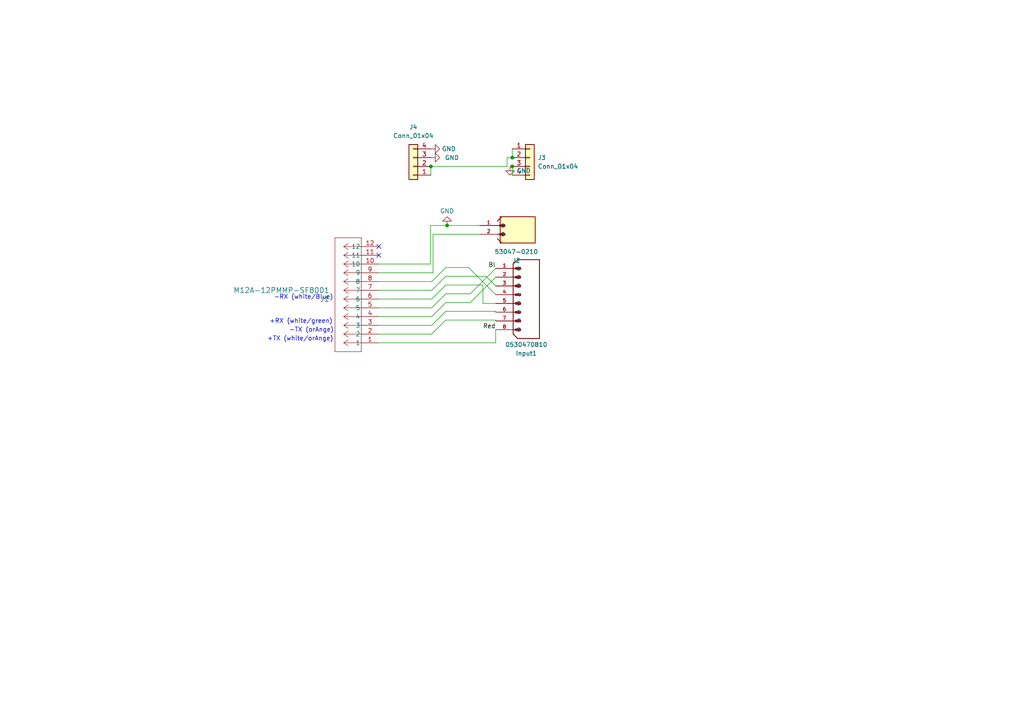
<source format=kicad_sch>
(kicad_sch (version 20230121) (generator eeschema)
  (paper "A4")
  (lib_symbols
    (symbol "Connector_Generic:Conn_01x04" (pin_names (offset 1.016) hide)
      (property "Reference" "J" (at 0 5.08 0))
      (property "Value" "Conn_01x04" (at 0 -7.62 0))
      (symbol "Conn_01x04_1_1"
        (rectangle (start -1.27 -4.953) (end 0 -5.207) (stroke (width 0.1524)))
        (rectangle (start -1.27 -2.413) (end 0 -2.667) (stroke (width 0.1524)))
        (rectangle (start -1.27 0.127) (end 0 -0.127) (stroke (width 0.1524)))
        (rectangle (start -1.27 2.667) (end 0 2.413) (stroke (width 0.1524)))
        (rectangle (start -1.27 3.81) (end 1.27 -6.35) (stroke (width 0.254)) (fill (type background)))
        (pin passive line (at -5.08 2.54 0) (length 3.81) (name "Pin_1") (number "1"))
        (pin passive line (at -5.08 0 0) (length 3.81) (name "Pin_2") (number "2"))
        (pin passive line (at -5.08 -2.54 0) (length 3.81) (name "Pin_3") (number "3"))
        (pin passive line (at -5.08 -5.08 0) (length 3.81) (name "Pin_4") (number "4"))
      )
    )
    (symbol "Pico2Pin:53047-0210" (pin_names (offset 1.016))
      (property "Reference" "J2" (at 0.3969 -7.62 0))
      (property "Value" "53047-0210" (at 0.3969 -5.08 0))
      (symbol "53047-0210_0_0"
        (rectangle (start -4.445 -0.3175) (end -2.8575 0.3175) (stroke (width 0.1)) (fill (type outline)))
        (rectangle (start -4.445 2.2225) (end -2.8575 2.8575) (stroke (width 0.1)) (fill (type outline)))
        (rectangle (start -4.2863 -2.54) (end 5.8738 5.08) (stroke (width 0.254)) (fill (type background)))
        (polyline (pts (xy -5.08 -1.27) (xy -3.81 -2.54)) (stroke (width 0.254)))
        (polyline (pts (xy -5.08 0) (xy -3.175 0)) (stroke (width 0.254)))
        (polyline (pts (xy -5.08 2.54) (xy -3.175 2.54)) (stroke (width 0.254)))
        (polyline (pts (xy -5.08 3.81) (xy -3.81 5.08)) (stroke (width 0.254)))
      )
      (symbol "53047-0210_1_0"
        (pin passive line (at -10.16 2.54 0) (length 5.08) (name "1") (number "1"))
        (pin passive line (at -10.16 0 0) (length 5.08) (name "2") (number "2"))
      )
    )
    (symbol "Pico8Pin:0530470810" (pin_names (offset 1.016))
      (property "Reference" "J" (at 0 11.43 0))
      (property "Value" "0530470810" (at 0 -15.24 0))
      (symbol "0530470810_0_0"
        (polyline (pts (xy 0 -11.43) (xy 1.27 -12.7)) (stroke (width 0.254)))
        (polyline (pts (xy 0 -10.16) (xy 1.905 -10.16)) (stroke (width 0.254)))
        (polyline (pts (xy 0 -7.62) (xy 1.905 -7.62)) (stroke (width 0.254)))
        (polyline (pts (xy 0 -5.08) (xy 1.905 -5.08)) (stroke (width 0.254)))
        (polyline (pts (xy 0 -2.54) (xy 1.905 -2.54)) (stroke (width 0.254)))
        (polyline (pts (xy 0 0) (xy 1.905 0)) (stroke (width 0.254)))
        (polyline (pts (xy 0 2.54) (xy 1.905 2.54)) (stroke (width 0.254)))
        (polyline (pts (xy 0 5.08) (xy 1.905 5.08)) (stroke (width 0.254)))
        (polyline (pts (xy 0 7.62) (xy 0 -11.43)) (stroke (width 0.254)))
        (polyline (pts (xy 0 7.62) (xy 1.905 7.62)) (stroke (width 0.254)))
        (polyline (pts (xy 0 8.89) (xy 0 7.62)) (stroke (width 0.254)))
        (polyline (pts (xy 0 8.89) (xy 1.27 10.16)) (stroke (width 0.254)))
        (polyline (pts (xy 1.27 -12.7) (xy 7.62 -12.7)) (stroke (width 0.254)))
        (polyline (pts (xy 7.62 -12.7) (xy 7.62 10.16)) (stroke (width 0.254)))
        (polyline (pts (xy 7.62 10.16) (xy 1.27 10.16)) (stroke (width 0.254)))
        (rectangle (start 0.635 -10.4775) (end 2.2225 -9.8425) (stroke (width 0.1)) (fill (type outline)))
        (rectangle (start 0.635 -7.9375) (end 2.2225 -7.3025) (stroke (width 0.1)) (fill (type outline)))
        (rectangle (start 0.635 -5.3975) (end 2.2225 -4.7625) (stroke (width 0.1)) (fill (type outline)))
        (rectangle (start 0.635 -2.8575) (end 2.2225 -2.2225) (stroke (width 0.1)) (fill (type outline)))
        (rectangle (start 0.635 -0.3175) (end 2.2225 0.3175) (stroke (width 0.1)) (fill (type outline)))
        (rectangle (start 0.635 2.2225) (end 2.2225 2.8575) (stroke (width 0.1)) (fill (type outline)))
        (rectangle (start 0.635 4.7625) (end 2.2225 5.3975) (stroke (width 0.1)) (fill (type outline)))
        (rectangle (start 0.635 7.3025) (end 2.2225 7.9375) (stroke (width 0.1)) (fill (type outline)))
        (pin passive line (at -5.08 7.62 0) (length 5.08) (name "1") (number "1"))
        (pin passive line (at -5.08 5.08 0) (length 5.08) (name "2") (number "2"))
        (pin passive line (at -5.08 2.54 0) (length 5.08) (name "3") (number "3"))
        (pin passive line (at -5.08 0 0) (length 5.08) (name "4") (number "4"))
        (pin passive line (at -5.08 -2.54 0) (length 5.08) (name "5") (number "5"))
        (pin passive line (at -5.08 -5.08 0) (length 5.08) (name "6") (number "6"))
        (pin passive line (at -5.08 -7.62 0) (length 5.08) (name "7") (number "7"))
        (pin passive line (at -5.08 -10.16 0) (length 5.08) (name "8") (number "8"))
      )
    )
    (symbol "m12:M12A-12PMMP-SF8001" (pin_names (offset 0.254))
      (property "Reference" "J" (at 8.89 6.35 0))
      (property "Value" "M12A-12PMMP-SF8001" (at 0 0 0))
      (symbol "M12A-12PMMP-SF8001_1_1"
        (polyline (pts (xy 5.08 -30.48) (xy 12.7 -30.48)) (stroke (width 0.127)))
        (polyline (pts (xy 5.08 2.54) (xy 5.08 -30.48)) (stroke (width 0.127)))
        (polyline (pts (xy 10.16 -27.94) (xy 5.08 -27.94)) (stroke (width 0.127)))
        (polyline (pts (xy 10.16 -27.94) (xy 8.89 -28.7867)) (stroke (width 0.127)))
        (polyline (pts (xy 10.16 -27.94) (xy 8.89 -27.0933)) (stroke (width 0.127)))
        (polyline (pts (xy 10.16 -25.4) (xy 5.08 -25.4)) (stroke (width 0.127)))
        (polyline (pts (xy 10.16 -25.4) (xy 8.89 -26.2467)) (stroke (width 0.127)))
        (polyline (pts (xy 10.16 -25.4) (xy 8.89 -24.5533)) (stroke (width 0.127)))
        (polyline (pts (xy 10.16 -22.86) (xy 5.08 -22.86)) (stroke (width 0.127)))
        (polyline (pts (xy 10.16 -22.86) (xy 8.89 -23.7067)) (stroke (width 0.127)))
        (polyline (pts (xy 10.16 -22.86) (xy 8.89 -22.0133)) (stroke (width 0.127)))
        (polyline (pts (xy 10.16 -20.32) (xy 5.08 -20.32)) (stroke (width 0.127)))
        (polyline (pts (xy 10.16 -20.32) (xy 8.89 -21.1667)) (stroke (width 0.127)))
        (polyline (pts (xy 10.16 -20.32) (xy 8.89 -19.4733)) (stroke (width 0.127)))
        (polyline (pts (xy 10.16 -17.78) (xy 5.08 -17.78)) (stroke (width 0.127)))
        (polyline (pts (xy 10.16 -17.78) (xy 8.89 -18.6267)) (stroke (width 0.127)))
        (polyline (pts (xy 10.16 -17.78) (xy 8.89 -16.9333)) (stroke (width 0.127)))
        (polyline (pts (xy 10.16 -15.24) (xy 5.08 -15.24)) (stroke (width 0.127)))
        (polyline (pts (xy 10.16 -15.24) (xy 8.89 -16.0867)) (stroke (width 0.127)))
        (polyline (pts (xy 10.16 -15.24) (xy 8.89 -14.3933)) (stroke (width 0.127)))
        (polyline (pts (xy 10.16 -12.7) (xy 5.08 -12.7)) (stroke (width 0.127)))
        (polyline (pts (xy 10.16 -12.7) (xy 8.89 -13.5467)) (stroke (width 0.127)))
        (polyline (pts (xy 10.16 -12.7) (xy 8.89 -11.8533)) (stroke (width 0.127)))
        (polyline (pts (xy 10.16 -10.16) (xy 5.08 -10.16)) (stroke (width 0.127)))
        (polyline (pts (xy 10.16 -10.16) (xy 8.89 -11.0067)) (stroke (width 0.127)))
        (polyline (pts (xy 10.16 -10.16) (xy 8.89 -9.3133)) (stroke (width 0.127)))
        (polyline (pts (xy 10.16 -7.62) (xy 5.08 -7.62)) (stroke (width 0.127)))
        (polyline (pts (xy 10.16 -7.62) (xy 8.89 -8.4667)) (stroke (width 0.127)))
        (polyline (pts (xy 10.16 -7.62) (xy 8.89 -6.7733)) (stroke (width 0.127)))
        (polyline (pts (xy 10.16 -5.08) (xy 5.08 -5.08)) (stroke (width 0.127)))
        (polyline (pts (xy 10.16 -5.08) (xy 8.89 -5.9267)) (stroke (width 0.127)))
        (polyline (pts (xy 10.16 -5.08) (xy 8.89 -4.2333)) (stroke (width 0.127)))
        (polyline (pts (xy 10.16 -2.54) (xy 5.08 -2.54)) (stroke (width 0.127)))
        (polyline (pts (xy 10.16 -2.54) (xy 8.89 -3.3867)) (stroke (width 0.127)))
        (polyline (pts (xy 10.16 -2.54) (xy 8.89 -1.6933)) (stroke (width 0.127)))
        (polyline (pts (xy 10.16 0) (xy 5.08 0)) (stroke (width 0.127)))
        (polyline (pts (xy 10.16 0) (xy 8.89 -0.8467)) (stroke (width 0.127)))
        (polyline (pts (xy 10.16 0) (xy 8.89 0.8467)) (stroke (width 0.127)))
        (polyline (pts (xy 12.7 -30.48) (xy 12.7 2.54)) (stroke (width 0.127)))
        (polyline (pts (xy 12.7 2.54) (xy 5.08 2.54)) (stroke (width 0.127)))
        (pin unspecified line (at 0 0 0) (length 5.08) (name "1") (number "1"))
        (pin unspecified line (at 0 -22.86 0) (length 5.08) (name "10") (number "10"))
        (pin unspecified line (at 0 -25.4 0) (length 5.08) (name "11") (number "11"))
        (pin unspecified line (at 0 -27.94 0) (length 5.08) (name "12") (number "12"))
        (pin unspecified line (at 0 -2.54 0) (length 5.08) (name "2") (number "2"))
        (pin unspecified line (at 0 -5.08 0) (length 5.08) (name "3") (number "3"))
        (pin unspecified line (at 0 -7.62 0) (length 5.08) (name "4") (number "4"))
        (pin unspecified line (at 0 -10.16 0) (length 5.08) (name "5") (number "5"))
        (pin unspecified line (at 0 -12.7 0) (length 5.08) (name "6") (number "6"))
        (pin unspecified line (at 0 -15.24 0) (length 5.08) (name "7") (number "7"))
        (pin unspecified line (at 0 -17.78 0) (length 5.08) (name "8") (number "8"))
        (pin unspecified line (at 0 -20.32 0) (length 5.08) (name "9") (number "9"))
      )
      (symbol "M12A-12PMMP-SF8001_1_2"
        (polyline (pts (xy 5.08 -30.48) (xy 12.7 -30.48)) (stroke (width 0.127)))
        (polyline (pts (xy 5.08 2.54) (xy 5.08 -30.48)) (stroke (width 0.127)))
        (polyline (pts (xy 7.62 -27.94) (xy 5.08 -27.94)) (stroke (width 0.127)))
        (polyline (pts (xy 7.62 -27.94) (xy 8.89 -28.7867)) (stroke (width 0.127)))
        (polyline (pts (xy 7.62 -27.94) (xy 8.89 -27.0933)) (stroke (width 0.127)))
        (polyline (pts (xy 7.62 -25.4) (xy 5.08 -25.4)) (stroke (width 0.127)))
        (polyline (pts (xy 7.62 -25.4) (xy 8.89 -26.2467)) (stroke (width 0.127)))
        (polyline (pts (xy 7.62 -25.4) (xy 8.89 -24.5533)) (stroke (width 0.127)))
        (polyline (pts (xy 7.62 -22.86) (xy 5.08 -22.86)) (stroke (width 0.127)))
        (polyline (pts (xy 7.62 -22.86) (xy 8.89 -23.7067)) (stroke (width 0.127)))
        (polyline (pts (xy 7.62 -22.86) (xy 8.89 -22.0133)) (stroke (width 0.127)))
        (polyline (pts (xy 7.62 -20.32) (xy 5.08 -20.32)) (stroke (width 0.127)))
        (polyline (pts (xy 7.62 -20.32) (xy 8.89 -21.1667)) (stroke (width 0.127)))
        (polyline (pts (xy 7.62 -20.32) (xy 8.89 -19.4733)) (stroke (width 0.127)))
        (polyline (pts (xy 7.62 -17.78) (xy 5.08 -17.78)) (stroke (width 0.127)))
        (polyline (pts (xy 7.62 -17.78) (xy 8.89 -18.6267)) (stroke (width 0.127)))
        (polyline (pts (xy 7.62 -17.78) (xy 8.89 -16.9333)) (stroke (width 0.127)))
        (polyline (pts (xy 7.62 -15.24) (xy 5.08 -15.24)) (stroke (width 0.127)))
        (polyline (pts (xy 7.62 -15.24) (xy 8.89 -16.0867)) (stroke (width 0.127)))
        (polyline (pts (xy 7.62 -15.24) (xy 8.89 -14.3933)) (stroke (width 0.127)))
        (polyline (pts (xy 7.62 -12.7) (xy 5.08 -12.7)) (stroke (width 0.127)))
        (polyline (pts (xy 7.62 -12.7) (xy 8.89 -13.5467)) (stroke (width 0.127)))
        (polyline (pts (xy 7.62 -12.7) (xy 8.89 -11.8533)) (stroke (width 0.127)))
        (polyline (pts (xy 7.62 -10.16) (xy 5.08 -10.16)) (stroke (width 0.127)))
        (polyline (pts (xy 7.62 -10.16) (xy 8.89 -11.0067)) (stroke (width 0.127)))
        (polyline (pts (xy 7.62 -10.16) (xy 8.89 -9.3133)) (stroke (width 0.127)))
        (polyline (pts (xy 7.62 -7.62) (xy 5.08 -7.62)) (stroke (width 0.127)))
        (polyline (pts (xy 7.62 -7.62) (xy 8.89 -8.4667)) (stroke (width 0.127)))
        (polyline (pts (xy 7.62 -7.62) (xy 8.89 -6.7733)) (stroke (width 0.127)))
        (polyline (pts (xy 7.62 -5.08) (xy 5.08 -5.08)) (stroke (width 0.127)))
        (polyline (pts (xy 7.62 -5.08) (xy 8.89 -5.9267)) (stroke (width 0.127)))
        (polyline (pts (xy 7.62 -5.08) (xy 8.89 -4.2333)) (stroke (width 0.127)))
        (polyline (pts (xy 7.62 -2.54) (xy 5.08 -2.54)) (stroke (width 0.127)))
        (polyline (pts (xy 7.62 -2.54) (xy 8.89 -3.3867)) (stroke (width 0.127)))
        (polyline (pts (xy 7.62 -2.54) (xy 8.89 -1.6933)) (stroke (width 0.127)))
        (polyline (pts (xy 7.62 0) (xy 5.08 0)) (stroke (width 0.127)))
        (polyline (pts (xy 7.62 0) (xy 8.89 -0.8467)) (stroke (width 0.127)))
        (polyline (pts (xy 7.62 0) (xy 8.89 0.8467)) (stroke (width 0.127)))
        (polyline (pts (xy 12.7 -30.48) (xy 12.7 2.54)) (stroke (width 0.127)))
        (polyline (pts (xy 12.7 2.54) (xy 5.08 2.54)) (stroke (width 0.127)))
        (pin unspecified line (at 0 0 0) (length 5.08) (name "1") (number "1"))
        (pin unspecified line (at 0 -22.86 0) (length 5.08) (name "10") (number "10"))
        (pin unspecified line (at 0 -25.4 0) (length 5.08) (name "11") (number "11"))
        (pin unspecified line (at 0 -27.94 0) (length 5.08) (name "12") (number "12"))
        (pin unspecified line (at 0 -2.54 0) (length 5.08) (name "2") (number "2"))
        (pin unspecified line (at 0 -5.08 0) (length 5.08) (name "3") (number "3"))
        (pin unspecified line (at 0 -7.62 0) (length 5.08) (name "4") (number "4"))
        (pin unspecified line (at 0 -10.16 0) (length 5.08) (name "5") (number "5"))
        (pin unspecified line (at 0 -12.7 0) (length 5.08) (name "6") (number "6"))
        (pin unspecified line (at 0 -15.24 0) (length 5.08) (name "7") (number "7"))
        (pin unspecified line (at 0 -17.78 0) (length 5.08) (name "8") (number "8"))
        (pin unspecified line (at 0 -20.32 0) (length 5.08) (name "9") (number "9"))
      )
    )
    (symbol "power:GND" (power) (pin_names (offset 0))
      (property "Value" "GND" (at 0 -3.81 0))
      (symbol "GND_0_1"
        (polyline (pts (xy 0 0) (xy 0 -1.27) (xy 1.27 -1.27) (xy 0 -2.54) (xy -1.27 -1.27) (xy 0 -1.27)))
      )
      (symbol "GND_1_1"
        (pin power_in line (at 0 0 270) (length 0) hide (name "GND") (number "1"))
      )
    )
  )
  (junction (at 148.59 48.26))
  (junction (at 129.667 65.405))
  (junction (at 148.59 45.72))
  (junction (at 124.968 48.26))
  (no_connect (at 109.855 74.041))
  (no_connect (at 109.855 71.501))
  (wire (pts (xy 125.222 91.821) (xy 109.855 91.821)))
  (wire (pts (xy 148.59 45.72) (xy 147.066 45.72)))
  (wire (pts (xy 125.222 89.281) (xy 109.855 89.281)))
  (wire (pts (xy 125.222 84.201) (xy 109.855 84.201)))
  (wire (pts (xy 109.855 79.121) (xy 125.603 79.121)))
  (wire (pts (xy 129.286 80.137) (xy 125.222 84.201)))
  (wire (pts (xy 143.764 82.931) (xy 140.97 80.137)))
  (wire (pts (xy 129.286 77.597) (xy 125.222 81.661)))
  (wire (pts (xy 125.603 67.945) (xy 139.192 67.945)))
  (wire (pts (xy 143.764 90.297) (xy 143.764 90.551)))
  (wire (pts (xy 143.764 99.441) (xy 143.764 95.631)))
  (wire (pts (xy 129.286 90.297) (xy 143.764 90.297)))
  (wire (pts (xy 147.066 45.72) (xy 147.066 48.26)))
  (wire (pts (xy 125.603 79.121) (xy 125.603 67.945)))
  (wire (pts (xy 125.222 81.661) (xy 109.855 81.661)))
  (wire (pts (xy 125.222 86.741) (xy 109.855 86.741)))
  (wire (pts (xy 129.286 92.837) (xy 143.764 92.837)))
  (wire (pts (xy 148.59 43.18) (xy 148.59 45.72)))
  (wire (pts (xy 124.968 48.26) (xy 124.968 50.8)))
  (wire (pts (xy 124.841 65.405) (xy 129.667 65.405)))
  (wire (pts (xy 140.081 88.011) (xy 143.764 88.011)))
  (wire (pts (xy 143.764 85.471) (xy 135.89 77.597)))
  (wire (pts (xy 129.667 65.405) (xy 139.192 65.405)))
  (wire (pts (xy 148.59 48.26) (xy 148.59 50.8)))
  (wire (pts (xy 129.286 82.677) (xy 140.081 82.677)))
  (wire (pts (xy 143.764 80.391) (xy 136.398 87.757)))
  (wire (pts (xy 129.286 90.297) (xy 125.222 94.361)))
  (wire (pts (xy 135.89 77.597) (xy 129.286 77.597)))
  (wire (pts (xy 143.764 92.837) (xy 143.764 93.091)))
  (wire (pts (xy 129.286 87.757) (xy 125.222 91.821)))
  (wire (pts (xy 129.286 92.837) (xy 125.222 96.901)))
  (wire (pts (xy 148.59 48.26) (xy 147.955 48.26)))
  (wire (pts (xy 136.398 87.757) (xy 129.286 87.757)))
  (wire (pts (xy 143.764 77.851) (xy 136.398 85.217)))
  (wire (pts (xy 109.855 99.441) (xy 143.764 99.441)))
  (wire (pts (xy 140.97 80.137) (xy 129.286 80.137)))
  (wire (pts (xy 136.398 85.217) (xy 129.286 85.217)))
  (wire (pts (xy 129.286 82.677) (xy 125.222 86.741)))
  (wire (pts (xy 124.841 76.581) (xy 124.841 65.405)))
  (wire (pts (xy 125.222 96.901) (xy 109.855 96.901)))
  (wire (pts (xy 129.286 85.217) (xy 125.222 89.281)))
  (wire (pts (xy 147.066 48.26) (xy 124.968 48.26)))
  (wire (pts (xy 109.855 76.581) (xy 124.841 76.581)))
  (wire (pts (xy 125.222 94.361) (xy 109.855 94.361)))
  (wire (pts (xy 140.081 82.677) (xy 140.081 88.011)))
  (text "-RX (white/Blue)" (at 79.375 86.995 0) (effects (font (size 1.27 1.27)) (justify left bottom)))
  (text "-TX (orAnge)" (at 83.82 96.52 0) (effects (font (size 1.27 1.27)) (justify left bottom)))
  (text "+RX (white/green)" (at 78.105 93.98 0) (effects (font (size 1.27 1.27)) (justify left bottom)))
  (text "+TX (white/orAnge)" (at 77.47 99.06 0) (effects (font (size 1.27 1.27)) (justify left bottom)))
  (label "Red" (at 143.764 95.631 180))
  (label "Bl" (at 143.764 77.851 180))
  (symbol (lib_id "Pico2Pin:53047-0210") (at 149.352 67.945 0) (unit 1)
    (property "Reference" "J2" (at 149.7489 75.565 0))
    (property "Value" "53047-0210" (at 149.7489 73.025 0))
    (property "Footprint" "wireless_strain_gauge_v2:SMD_picoblade_hori_1x02" (effects hide))
    (property "MF" "Molex" (effects hide))
    (property "Description" "\nPicoblade Connector, 2 Circuit Single Row, Vertical Throughole PCB\n" (effects hide))
    (property "Package" "None" (effects hide))
    (property "Price" "None" (effects hide))
    (property "Check_prices" "https://www.snapeda.com/parts/0530470210/Molex/view-part/?ref=eda" (effects hide))
    (property "STANDARD" "Manufacturer Recommendations" (effects hide))
    (property "PARTREV" "04/19/2022" (effects hide))
    (property "SnapEDA_Link" "https://www.snapeda.com/parts/0530470210/Molex/view-part/?ref=snap" (effects hide))
    (property "MP" "0530470210" (effects hide))
    (property "Availability" "In Stock" (effects hide))
    (property "MANUFACTURER" "Molex" (effects hide))
  )
  (symbol (lib_id "power:GND") (at 129.667 65.405 180) (unit 1)
    (property "Reference" "#PWR01" (effects hide))
    (property "Value" "GND" (at 129.667 61.214 0))
  )
  (symbol (lib_id "Connector_Generic:Conn_01x04") (at 119.888 48.26 180) (unit 1)
    (property "Reference" "J4" (at 119.888 36.83 0))
    (property "Value" "Conn_01x04" (at 119.888 39.37 0))
    (property "Footprint" "wireless_strain_gauge_v2:SMD_picoblade_hori_1x04" (effects hide))
  )
  (symbol (lib_id "Pico8Pin:0530470810") (at 148.844 85.471 0) (unit 1)
    (property "Reference" "Input1" (at 152.654 102.489 0))
    (property "Value" "0530470810" (at 152.654 99.949 0))
    (property "Footprint" "peripheralio:SMD_picoblade_hori_1x08" (effects hide))
    (property "MF" "Molex" (effects hide))
    (property "MAXIMUM_PACKAGE_HEIGHT" "4.2 mm" (effects hide))
    (property "Package" "None" (effects hide))
    (property "Price" "None" (effects hide))
    (property "Check_prices" "https://www.snapeda.com/parts/0530470810/Molex/view-part/?ref=eda" (effects hide))
    (property "STANDARD" "Manufacturer Recommendations" (effects hide))
    (property "PARTREV" "B" (effects hide))
    (property "SnapEDA_Link" "https://www.snapeda.com/parts/0530470810/Molex/view-part/?ref=snap" (effects hide))
    (property "MP" "0530470810" (effects hide))
    (property "Description" "\nPicoblade Connector, 8 Circuit Single Row, Vertical Throughole PCB\n" (effects hide))
    (property "Availability" "In Stock" (effects hide))
    (property "MANUFACTURER" "Molex" (effects hide))
  )
  (symbol (lib_id "power:GND") (at 124.968 43.18 90) (unit 1)
    (property "Reference" "#PWR02" (effects hide))
    (property "Value" "GND" (at 128.143 43.18 90) (effects (justify right)))
  )
  (symbol (lib_id "m12:M12A-12PMMP-SF8001") (at 109.855 99.441 180) (unit 1)
    (property "Reference" "J1" (at 95.631 86.741 0) (effects (font (size 1.524 1.524)) (justify left)))
    (property "Value" "M12A-12PMMP-SF8001" (at 95.631 84.201 0) (effects (font (size 1.524 1.524)) (justify left)))
    (property "Footprint" "peripheralio:CONN_M12A-12PMMP-SF8001_AMP" (effects hide))
    (property "Datasheet" "M12A-12PMMP-SF8001" (effects hide))
  )
  (symbol (lib_id "power:GND") (at 124.968 45.72 90) (unit 1)
    (property "Reference" "#PWR03" (effects hide))
    (property "Value" "GND" (at 129.032 45.72 90) (effects (justify right)))
  )
  (symbol (lib_id "Connector_Generic:Conn_01x04") (at 153.67 45.72 0) (unit 1)
    (property "Reference" "J3" (at 155.956 45.72 0) (effects (justify left)))
    (property "Value" "Conn_01x04" (at 155.956 48.26 0) (effects (justify left)))
    (property "Footprint" "peripheralio:CONN_T4041017041-000_TEC" (effects hide))
  )
  (symbol (lib_id "power:GND") (at 147.955 48.26 0) (unit 1)
    (property "Reference" "#PWR04" (effects hide))
    (property "Value" "GND" (at 149.86 49.53 0) (effects (justify left)))
  )
)
</source>
